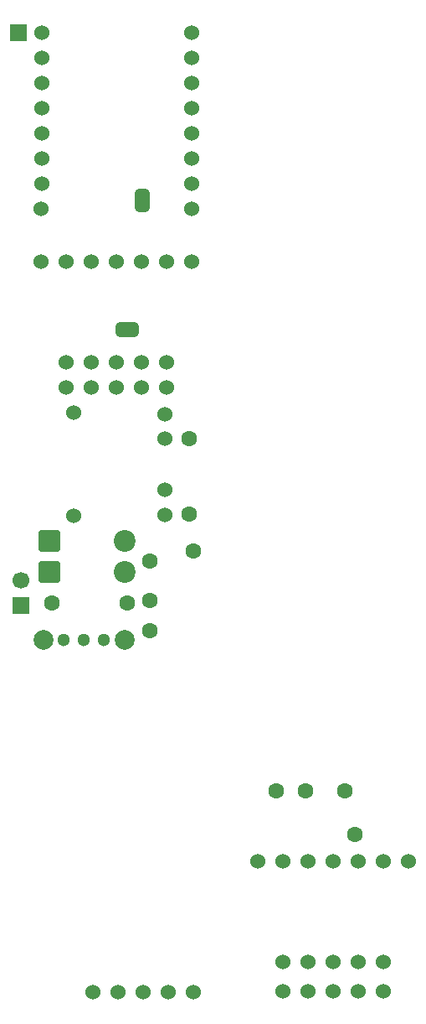
<source format=gbs>
G04 #@! TF.GenerationSoftware,KiCad,Pcbnew,9.0.2*
G04 #@! TF.CreationDate,2025-07-09T03:35:45-04:00*
G04 #@! TF.ProjectId,FBT,4642542e-6b69-4636-9164-5f7063625858,rev?*
G04 #@! TF.SameCoordinates,Original*
G04 #@! TF.FileFunction,Soldermask,Bot*
G04 #@! TF.FilePolarity,Negative*
%FSLAX46Y46*%
G04 Gerber Fmt 4.6, Leading zero omitted, Abs format (unit mm)*
G04 Created by KiCad (PCBNEW 9.0.2) date 2025-07-09 03:35:45*
%MOMM*%
%LPD*%
G01*
G04 APERTURE LIST*
G04 Aperture macros list*
%AMRoundRect*
0 Rectangle with rounded corners*
0 $1 Rounding radius*
0 $2 $3 $4 $5 $6 $7 $8 $9 X,Y pos of 4 corners*
0 Add a 4 corners polygon primitive as box body*
4,1,4,$2,$3,$4,$5,$6,$7,$8,$9,$2,$3,0*
0 Add four circle primitives for the rounded corners*
1,1,$1+$1,$2,$3*
1,1,$1+$1,$4,$5*
1,1,$1+$1,$6,$7*
1,1,$1+$1,$8,$9*
0 Add four rect primitives between the rounded corners*
20,1,$1+$1,$2,$3,$4,$5,0*
20,1,$1+$1,$4,$5,$6,$7,0*
20,1,$1+$1,$6,$7,$8,$9,0*
20,1,$1+$1,$8,$9,$2,$3,0*%
%AMFreePoly0*
4,1,23,0.500000,-0.750000,0.000000,-0.750000,0.000000,-0.745722,-0.065263,-0.745722,-0.191342,-0.711940,-0.304381,-0.646677,-0.396677,-0.554381,-0.461940,-0.441342,-0.495722,-0.315263,-0.495722,-0.250000,-0.500000,-0.250000,-0.500000,0.250000,-0.495722,0.250000,-0.495722,0.315263,-0.461940,0.441342,-0.396677,0.554381,-0.304381,0.646677,-0.191342,0.711940,-0.065263,0.745722,0.000000,0.745722,
0.000000,0.750000,0.500000,0.750000,0.500000,-0.750000,0.500000,-0.750000,$1*%
%AMFreePoly1*
4,1,23,0.000000,0.745722,0.065263,0.745722,0.191342,0.711940,0.304381,0.646677,0.396677,0.554381,0.461940,0.441342,0.495722,0.315263,0.495722,0.250000,0.500000,0.250000,0.500000,-0.250000,0.495722,-0.250000,0.495722,-0.315263,0.461940,-0.441342,0.396677,-0.554381,0.304381,-0.646677,0.191342,-0.711940,0.065263,-0.745722,0.000000,-0.745722,0.000000,-0.750000,-0.500000,-0.750000,
-0.500000,0.750000,0.000000,0.750000,0.000000,0.745722,0.000000,0.745722,$1*%
G04 Aperture macros list end*
%ADD10R,1.700000X1.700000*%
%ADD11C,2.000000*%
%ADD12C,1.300000*%
%ADD13C,1.524000*%
%ADD14C,1.600000*%
%ADD15RoundRect,0.249999X-0.850001X-0.850001X0.850001X-0.850001X0.850001X0.850001X-0.850001X0.850001X0*%
%ADD16C,2.200000*%
%ADD17C,1.700000*%
%ADD18FreePoly0,270.000000*%
%ADD19FreePoly1,270.000000*%
%ADD20FreePoly0,180.000000*%
%ADD21FreePoly1,180.000000*%
G04 APERTURE END LIST*
G36*
X104350000Y-65300000D02*
G01*
X105850000Y-65300000D01*
X105850000Y-65600000D01*
X104350000Y-65600000D01*
X104350000Y-65300000D01*
G37*
G36*
X103750000Y-77750000D02*
G01*
X103450000Y-77750000D01*
X103450000Y-79250000D01*
X103750000Y-79250000D01*
X103750000Y-77750000D01*
G37*
D10*
X92600000Y-48500000D03*
D11*
X95100000Y-109800000D03*
X103300000Y-109800000D03*
D12*
X97200000Y-109800000D03*
X99200000Y-109800000D03*
X101200000Y-109800000D03*
D13*
X110120000Y-71620000D03*
X107580000Y-71620000D03*
X105040000Y-71620000D03*
X102500000Y-71620000D03*
X99960000Y-71620000D03*
X97420000Y-71620000D03*
X94880000Y-71620000D03*
X97420000Y-81780000D03*
X99960000Y-81780000D03*
X102500000Y-81780000D03*
X105040000Y-81780000D03*
X107580000Y-81780000D03*
D14*
X105900000Y-101855000D03*
X105900000Y-105855000D03*
X105900000Y-108855000D03*
X110300000Y-100855000D03*
D15*
X95680000Y-103000000D03*
D16*
X103300000Y-103000000D03*
D14*
X103600000Y-106100000D03*
X95980000Y-106100000D03*
D13*
X132041012Y-132190514D03*
X129501012Y-132190514D03*
X126961012Y-132190514D03*
X124421012Y-132190514D03*
X121881012Y-132190514D03*
X119341012Y-132190514D03*
X116801012Y-132190514D03*
X119341012Y-142350514D03*
X121881012Y-142350514D03*
X124421012Y-142350514D03*
X126961012Y-142350514D03*
X129501012Y-142350514D03*
X98200000Y-86900000D03*
X98200000Y-97300000D03*
X107400000Y-97200000D03*
X107400000Y-94700000D03*
X107400000Y-89500000D03*
X107400000Y-87000000D03*
D10*
X92800000Y-106375000D03*
D17*
X92800000Y-103835000D03*
D15*
X95680000Y-99800000D03*
D16*
X103300000Y-99800000D03*
D14*
X125645101Y-125049412D03*
X121645101Y-125049412D03*
X118645101Y-125049412D03*
X126645101Y-129449412D03*
X109900000Y-97110000D03*
X109900000Y-89490000D03*
D13*
X110300000Y-145370000D03*
X107760000Y-145370000D03*
X105220000Y-145370000D03*
X102680000Y-145370000D03*
X100140000Y-145370000D03*
X94920000Y-48510000D03*
X94920000Y-51050000D03*
X94920000Y-53590000D03*
X94920000Y-56130000D03*
X94920000Y-58670000D03*
X94920000Y-61210000D03*
X94920000Y-63750000D03*
X94880000Y-66290000D03*
X110120000Y-66290000D03*
X110120000Y-63750000D03*
X110120000Y-61210000D03*
X110120000Y-58670000D03*
X110120000Y-56130000D03*
X110120000Y-53590000D03*
X110120000Y-51050000D03*
X110120000Y-48510000D03*
X107580000Y-84300000D03*
X105040000Y-84300000D03*
X102500000Y-84300000D03*
X99960000Y-84300000D03*
X97420000Y-84300000D03*
D18*
X105100000Y-64800000D03*
D19*
X105100000Y-66100000D03*
D13*
X129500000Y-145270000D03*
X126960000Y-145270000D03*
X124420000Y-145270000D03*
X121880000Y-145270000D03*
X119340000Y-145270000D03*
D20*
X104250000Y-78500000D03*
D21*
X102950000Y-78500000D03*
M02*

</source>
